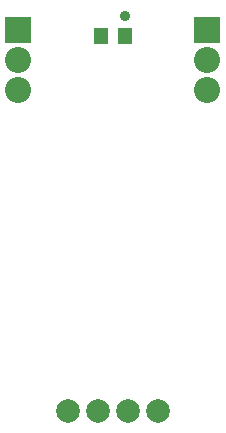
<source format=gbs>
G04*
G04 #@! TF.GenerationSoftware,Altium Limited,Altium Designer,18.1.7 (191)*
G04*
G04 Layer_Color=16711935*
%FSLAX44Y44*%
%MOMM*%
G71*
G01*
G75*
%ADD14R,1.2032X1.4532*%
%ADD15C,2.0032*%
%ADD16C,2.2032*%
%ADD17R,2.2032X2.2032*%
%ADD18C,0.9032*%
D14*
X-10000Y460000D02*
D03*
X10000D02*
D03*
D15*
X12700Y143000D02*
D03*
X-12700D02*
D03*
X-38100D02*
D03*
X38100D02*
D03*
D16*
X-80000Y414600D02*
D03*
Y440000D02*
D03*
X80000Y414600D02*
D03*
Y440000D02*
D03*
D17*
X-80000Y465400D02*
D03*
X80000D02*
D03*
D18*
X10000Y477500D02*
D03*
M02*

</source>
